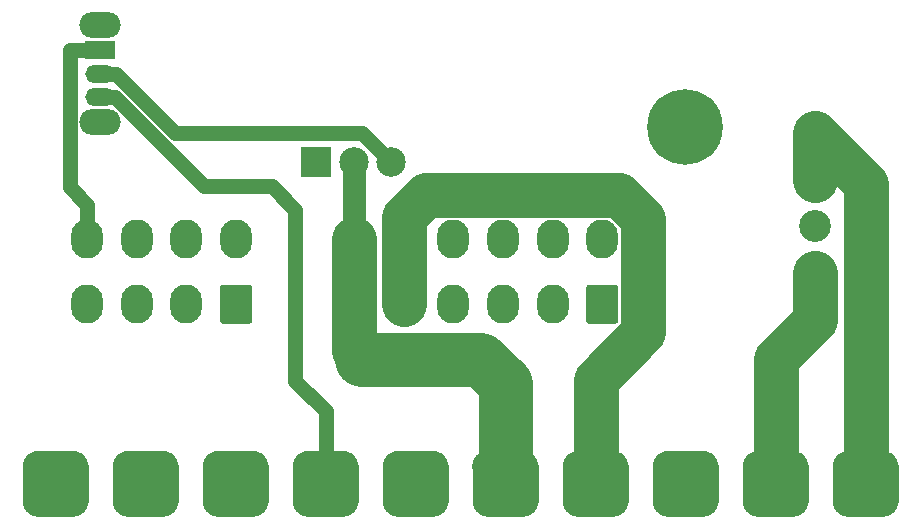
<source format=gbr>
G04 #@! TF.GenerationSoftware,KiCad,Pcbnew,(5.1.5)-3*
G04 #@! TF.CreationDate,2020-02-08T08:40:31-08:00*
G04 #@! TF.ProjectId,psinterface,7073696e-7465-4726-9661-63652e6b6963,rev?*
G04 #@! TF.SameCoordinates,Original*
G04 #@! TF.FileFunction,Copper,L2,Bot*
G04 #@! TF.FilePolarity,Positive*
%FSLAX46Y46*%
G04 Gerber Fmt 4.6, Leading zero omitted, Abs format (unit mm)*
G04 Created by KiCad (PCBNEW (5.1.5)-3) date 2020-02-08 08:40:31*
%MOMM*%
%LPD*%
G04 APERTURE LIST*
%ADD10C,0.100000*%
%ADD11O,2.700000X3.300000*%
%ADD12C,2.700000*%
%ADD13C,6.400000*%
%ADD14C,0.800000*%
%ADD15R,2.500000X1.500000*%
%ADD16O,2.500000X1.500000*%
%ADD17O,3.500000X2.200000*%
%ADD18R,2.499360X2.499360*%
%ADD19C,2.499360*%
%ADD20C,1.270000*%
%ADD21C,2.794000*%
%ADD22C,1.905000*%
%ADD23C,4.572000*%
%ADD24C,3.810000*%
G04 APERTURE END LIST*
G04 #@! TA.AperFunction,ComponentPad*
D10*
G36*
X120124503Y-118351204D02*
G01*
X120148772Y-118354804D01*
X120172570Y-118360765D01*
X120195670Y-118369030D01*
X120217849Y-118379520D01*
X120238892Y-118392133D01*
X120258598Y-118406748D01*
X120276776Y-118423224D01*
X120293252Y-118441402D01*
X120307867Y-118461108D01*
X120320480Y-118482151D01*
X120330970Y-118504330D01*
X120339235Y-118527430D01*
X120345196Y-118551228D01*
X120348796Y-118575497D01*
X120350000Y-118600001D01*
X120350000Y-121399999D01*
X120348796Y-121424503D01*
X120345196Y-121448772D01*
X120339235Y-121472570D01*
X120330970Y-121495670D01*
X120320480Y-121517849D01*
X120307867Y-121538892D01*
X120293252Y-121558598D01*
X120276776Y-121576776D01*
X120258598Y-121593252D01*
X120238892Y-121607867D01*
X120217849Y-121620480D01*
X120195670Y-121630970D01*
X120172570Y-121639235D01*
X120148772Y-121645196D01*
X120124503Y-121648796D01*
X120099999Y-121650000D01*
X117900001Y-121650000D01*
X117875497Y-121648796D01*
X117851228Y-121645196D01*
X117827430Y-121639235D01*
X117804330Y-121630970D01*
X117782151Y-121620480D01*
X117761108Y-121607867D01*
X117741402Y-121593252D01*
X117723224Y-121576776D01*
X117706748Y-121558598D01*
X117692133Y-121538892D01*
X117679520Y-121517849D01*
X117669030Y-121495670D01*
X117660765Y-121472570D01*
X117654804Y-121448772D01*
X117651204Y-121424503D01*
X117650000Y-121399999D01*
X117650000Y-118600001D01*
X117651204Y-118575497D01*
X117654804Y-118551228D01*
X117660765Y-118527430D01*
X117669030Y-118504330D01*
X117679520Y-118482151D01*
X117692133Y-118461108D01*
X117706748Y-118441402D01*
X117723224Y-118423224D01*
X117741402Y-118406748D01*
X117761108Y-118392133D01*
X117782151Y-118379520D01*
X117804330Y-118369030D01*
X117827430Y-118360765D01*
X117851228Y-118354804D01*
X117875497Y-118351204D01*
X117900001Y-118350000D01*
X120099999Y-118350000D01*
X120124503Y-118351204D01*
G37*
G04 #@! TD.AperFunction*
D11*
X114800000Y-120000000D03*
X110600000Y-120000000D03*
X106400000Y-120000000D03*
X119000000Y-114500000D03*
X114800000Y-114500000D03*
X110600000Y-114500000D03*
X106400000Y-114500000D03*
G04 #@! TA.AperFunction,ComponentPad*
D10*
G36*
X151124503Y-118351204D02*
G01*
X151148772Y-118354804D01*
X151172570Y-118360765D01*
X151195670Y-118369030D01*
X151217849Y-118379520D01*
X151238892Y-118392133D01*
X151258598Y-118406748D01*
X151276776Y-118423224D01*
X151293252Y-118441402D01*
X151307867Y-118461108D01*
X151320480Y-118482151D01*
X151330970Y-118504330D01*
X151339235Y-118527430D01*
X151345196Y-118551228D01*
X151348796Y-118575497D01*
X151350000Y-118600001D01*
X151350000Y-121399999D01*
X151348796Y-121424503D01*
X151345196Y-121448772D01*
X151339235Y-121472570D01*
X151330970Y-121495670D01*
X151320480Y-121517849D01*
X151307867Y-121538892D01*
X151293252Y-121558598D01*
X151276776Y-121576776D01*
X151258598Y-121593252D01*
X151238892Y-121607867D01*
X151217849Y-121620480D01*
X151195670Y-121630970D01*
X151172570Y-121639235D01*
X151148772Y-121645196D01*
X151124503Y-121648796D01*
X151099999Y-121650000D01*
X148900001Y-121650000D01*
X148875497Y-121648796D01*
X148851228Y-121645196D01*
X148827430Y-121639235D01*
X148804330Y-121630970D01*
X148782151Y-121620480D01*
X148761108Y-121607867D01*
X148741402Y-121593252D01*
X148723224Y-121576776D01*
X148706748Y-121558598D01*
X148692133Y-121538892D01*
X148679520Y-121517849D01*
X148669030Y-121495670D01*
X148660765Y-121472570D01*
X148654804Y-121448772D01*
X148651204Y-121424503D01*
X148650000Y-121399999D01*
X148650000Y-118600001D01*
X148651204Y-118575497D01*
X148654804Y-118551228D01*
X148660765Y-118527430D01*
X148669030Y-118504330D01*
X148679520Y-118482151D01*
X148692133Y-118461108D01*
X148706748Y-118441402D01*
X148723224Y-118423224D01*
X148741402Y-118406748D01*
X148761108Y-118392133D01*
X148782151Y-118379520D01*
X148804330Y-118369030D01*
X148827430Y-118360765D01*
X148851228Y-118354804D01*
X148875497Y-118351204D01*
X148900001Y-118350000D01*
X151099999Y-118350000D01*
X151124503Y-118351204D01*
G37*
G04 #@! TD.AperFunction*
D11*
X145800000Y-120000000D03*
X141600000Y-120000000D03*
X137400000Y-120000000D03*
X133200000Y-120000000D03*
X129000000Y-120000000D03*
X150000000Y-114500000D03*
X145800000Y-114500000D03*
X141600000Y-114500000D03*
X137400000Y-114500000D03*
X133200000Y-114500000D03*
X129000000Y-114500000D03*
G04 #@! TA.AperFunction,ComponentPad*
D10*
G36*
X169124503Y-104151204D02*
G01*
X169148772Y-104154804D01*
X169172570Y-104160765D01*
X169195670Y-104169030D01*
X169217849Y-104179520D01*
X169238892Y-104192133D01*
X169258598Y-104206748D01*
X169276776Y-104223224D01*
X169293252Y-104241402D01*
X169307867Y-104261108D01*
X169320480Y-104282151D01*
X169330970Y-104304330D01*
X169339235Y-104327430D01*
X169345196Y-104351228D01*
X169348796Y-104375497D01*
X169350000Y-104400001D01*
X169350000Y-106599999D01*
X169348796Y-106624503D01*
X169345196Y-106648772D01*
X169339235Y-106672570D01*
X169330970Y-106695670D01*
X169320480Y-106717849D01*
X169307867Y-106738892D01*
X169293252Y-106758598D01*
X169276776Y-106776776D01*
X169258598Y-106793252D01*
X169238892Y-106807867D01*
X169217849Y-106820480D01*
X169195670Y-106830970D01*
X169172570Y-106839235D01*
X169148772Y-106845196D01*
X169124503Y-106848796D01*
X169099999Y-106850000D01*
X166900001Y-106850000D01*
X166875497Y-106848796D01*
X166851228Y-106845196D01*
X166827430Y-106839235D01*
X166804330Y-106830970D01*
X166782151Y-106820480D01*
X166761108Y-106807867D01*
X166741402Y-106793252D01*
X166723224Y-106776776D01*
X166706748Y-106758598D01*
X166692133Y-106738892D01*
X166679520Y-106717849D01*
X166669030Y-106695670D01*
X166660765Y-106672570D01*
X166654804Y-106648772D01*
X166651204Y-106624503D01*
X166650000Y-106599999D01*
X166650000Y-104400001D01*
X166651204Y-104375497D01*
X166654804Y-104351228D01*
X166660765Y-104327430D01*
X166669030Y-104304330D01*
X166679520Y-104282151D01*
X166692133Y-104261108D01*
X166706748Y-104241402D01*
X166723224Y-104223224D01*
X166741402Y-104206748D01*
X166761108Y-104192133D01*
X166782151Y-104179520D01*
X166804330Y-104169030D01*
X166827430Y-104160765D01*
X166851228Y-104154804D01*
X166875497Y-104151204D01*
X166900001Y-104150000D01*
X169099999Y-104150000D01*
X169124503Y-104151204D01*
G37*
G04 #@! TD.AperFunction*
D12*
X168000000Y-109460000D03*
X168000000Y-113420000D03*
X168000000Y-117380000D03*
X168000000Y-121340000D03*
D13*
X157000000Y-105000000D03*
D14*
X154600000Y-105000000D03*
X155302944Y-103302944D03*
X157000000Y-102600000D03*
X158697056Y-103302944D03*
X159400000Y-105000000D03*
X158697056Y-106697056D03*
X157000000Y-107400000D03*
X155302944Y-106697056D03*
D15*
X107500000Y-98500000D03*
D16*
X107500000Y-100500000D03*
X107500000Y-102500000D03*
D17*
X107500000Y-96400000D03*
X107500000Y-104600000D03*
G04 #@! TA.AperFunction,ComponentPad*
D10*
G36*
X143357224Y-132406741D02*
G01*
X143493126Y-132426901D01*
X143626399Y-132460284D01*
X143755757Y-132506569D01*
X143879955Y-132565310D01*
X143997798Y-132635943D01*
X144108151Y-132717785D01*
X144209949Y-132810051D01*
X144302215Y-132911849D01*
X144384057Y-133022202D01*
X144454690Y-133140045D01*
X144513431Y-133264243D01*
X144559716Y-133393601D01*
X144593099Y-133526874D01*
X144613259Y-133662776D01*
X144620000Y-133800000D01*
X144620000Y-136600000D01*
X144613259Y-136737224D01*
X144593099Y-136873126D01*
X144559716Y-137006399D01*
X144513431Y-137135757D01*
X144454690Y-137259955D01*
X144384057Y-137377798D01*
X144302215Y-137488151D01*
X144209949Y-137589949D01*
X144108151Y-137682215D01*
X143997798Y-137764057D01*
X143879955Y-137834690D01*
X143755757Y-137893431D01*
X143626399Y-137939716D01*
X143493126Y-137973099D01*
X143357224Y-137993259D01*
X143220000Y-138000000D01*
X140420000Y-138000000D01*
X140282776Y-137993259D01*
X140146874Y-137973099D01*
X140013601Y-137939716D01*
X139884243Y-137893431D01*
X139760045Y-137834690D01*
X139642202Y-137764057D01*
X139531849Y-137682215D01*
X139430051Y-137589949D01*
X139337785Y-137488151D01*
X139255943Y-137377798D01*
X139185310Y-137259955D01*
X139126569Y-137135757D01*
X139080284Y-137006399D01*
X139046901Y-136873126D01*
X139026741Y-136737224D01*
X139020000Y-136600000D01*
X139020000Y-133800000D01*
X139026741Y-133662776D01*
X139046901Y-133526874D01*
X139080284Y-133393601D01*
X139126569Y-133264243D01*
X139185310Y-133140045D01*
X139255943Y-133022202D01*
X139337785Y-132911849D01*
X139430051Y-132810051D01*
X139531849Y-132717785D01*
X139642202Y-132635943D01*
X139760045Y-132565310D01*
X139884243Y-132506569D01*
X140013601Y-132460284D01*
X140146874Y-132426901D01*
X140282776Y-132406741D01*
X140420000Y-132400000D01*
X143220000Y-132400000D01*
X143357224Y-132406741D01*
G37*
G04 #@! TD.AperFunction*
G04 #@! TA.AperFunction,ComponentPad*
G36*
X135737224Y-132406741D02*
G01*
X135873126Y-132426901D01*
X136006399Y-132460284D01*
X136135757Y-132506569D01*
X136259955Y-132565310D01*
X136377798Y-132635943D01*
X136488151Y-132717785D01*
X136589949Y-132810051D01*
X136682215Y-132911849D01*
X136764057Y-133022202D01*
X136834690Y-133140045D01*
X136893431Y-133264243D01*
X136939716Y-133393601D01*
X136973099Y-133526874D01*
X136993259Y-133662776D01*
X137000000Y-133800000D01*
X137000000Y-136600000D01*
X136993259Y-136737224D01*
X136973099Y-136873126D01*
X136939716Y-137006399D01*
X136893431Y-137135757D01*
X136834690Y-137259955D01*
X136764057Y-137377798D01*
X136682215Y-137488151D01*
X136589949Y-137589949D01*
X136488151Y-137682215D01*
X136377798Y-137764057D01*
X136259955Y-137834690D01*
X136135757Y-137893431D01*
X136006399Y-137939716D01*
X135873126Y-137973099D01*
X135737224Y-137993259D01*
X135600000Y-138000000D01*
X132800000Y-138000000D01*
X132662776Y-137993259D01*
X132526874Y-137973099D01*
X132393601Y-137939716D01*
X132264243Y-137893431D01*
X132140045Y-137834690D01*
X132022202Y-137764057D01*
X131911849Y-137682215D01*
X131810051Y-137589949D01*
X131717785Y-137488151D01*
X131635943Y-137377798D01*
X131565310Y-137259955D01*
X131506569Y-137135757D01*
X131460284Y-137006399D01*
X131426901Y-136873126D01*
X131406741Y-136737224D01*
X131400000Y-136600000D01*
X131400000Y-133800000D01*
X131406741Y-133662776D01*
X131426901Y-133526874D01*
X131460284Y-133393601D01*
X131506569Y-133264243D01*
X131565310Y-133140045D01*
X131635943Y-133022202D01*
X131717785Y-132911849D01*
X131810051Y-132810051D01*
X131911849Y-132717785D01*
X132022202Y-132635943D01*
X132140045Y-132565310D01*
X132264243Y-132506569D01*
X132393601Y-132460284D01*
X132526874Y-132426901D01*
X132662776Y-132406741D01*
X132800000Y-132400000D01*
X135600000Y-132400000D01*
X135737224Y-132406741D01*
G37*
G04 #@! TD.AperFunction*
G04 #@! TA.AperFunction,ComponentPad*
G36*
X158597224Y-132406741D02*
G01*
X158733126Y-132426901D01*
X158866399Y-132460284D01*
X158995757Y-132506569D01*
X159119955Y-132565310D01*
X159237798Y-132635943D01*
X159348151Y-132717785D01*
X159449949Y-132810051D01*
X159542215Y-132911849D01*
X159624057Y-133022202D01*
X159694690Y-133140045D01*
X159753431Y-133264243D01*
X159799716Y-133393601D01*
X159833099Y-133526874D01*
X159853259Y-133662776D01*
X159860000Y-133800000D01*
X159860000Y-136600000D01*
X159853259Y-136737224D01*
X159833099Y-136873126D01*
X159799716Y-137006399D01*
X159753431Y-137135757D01*
X159694690Y-137259955D01*
X159624057Y-137377798D01*
X159542215Y-137488151D01*
X159449949Y-137589949D01*
X159348151Y-137682215D01*
X159237798Y-137764057D01*
X159119955Y-137834690D01*
X158995757Y-137893431D01*
X158866399Y-137939716D01*
X158733126Y-137973099D01*
X158597224Y-137993259D01*
X158460000Y-138000000D01*
X155660000Y-138000000D01*
X155522776Y-137993259D01*
X155386874Y-137973099D01*
X155253601Y-137939716D01*
X155124243Y-137893431D01*
X155000045Y-137834690D01*
X154882202Y-137764057D01*
X154771849Y-137682215D01*
X154670051Y-137589949D01*
X154577785Y-137488151D01*
X154495943Y-137377798D01*
X154425310Y-137259955D01*
X154366569Y-137135757D01*
X154320284Y-137006399D01*
X154286901Y-136873126D01*
X154266741Y-136737224D01*
X154260000Y-136600000D01*
X154260000Y-133800000D01*
X154266741Y-133662776D01*
X154286901Y-133526874D01*
X154320284Y-133393601D01*
X154366569Y-133264243D01*
X154425310Y-133140045D01*
X154495943Y-133022202D01*
X154577785Y-132911849D01*
X154670051Y-132810051D01*
X154771849Y-132717785D01*
X154882202Y-132635943D01*
X155000045Y-132565310D01*
X155124243Y-132506569D01*
X155253601Y-132460284D01*
X155386874Y-132426901D01*
X155522776Y-132406741D01*
X155660000Y-132400000D01*
X158460000Y-132400000D01*
X158597224Y-132406741D01*
G37*
G04 #@! TD.AperFunction*
G04 #@! TA.AperFunction,ComponentPad*
G36*
X166217224Y-132406741D02*
G01*
X166353126Y-132426901D01*
X166486399Y-132460284D01*
X166615757Y-132506569D01*
X166739955Y-132565310D01*
X166857798Y-132635943D01*
X166968151Y-132717785D01*
X167069949Y-132810051D01*
X167162215Y-132911849D01*
X167244057Y-133022202D01*
X167314690Y-133140045D01*
X167373431Y-133264243D01*
X167419716Y-133393601D01*
X167453099Y-133526874D01*
X167473259Y-133662776D01*
X167480000Y-133800000D01*
X167480000Y-136600000D01*
X167473259Y-136737224D01*
X167453099Y-136873126D01*
X167419716Y-137006399D01*
X167373431Y-137135757D01*
X167314690Y-137259955D01*
X167244057Y-137377798D01*
X167162215Y-137488151D01*
X167069949Y-137589949D01*
X166968151Y-137682215D01*
X166857798Y-137764057D01*
X166739955Y-137834690D01*
X166615757Y-137893431D01*
X166486399Y-137939716D01*
X166353126Y-137973099D01*
X166217224Y-137993259D01*
X166080000Y-138000000D01*
X163280000Y-138000000D01*
X163142776Y-137993259D01*
X163006874Y-137973099D01*
X162873601Y-137939716D01*
X162744243Y-137893431D01*
X162620045Y-137834690D01*
X162502202Y-137764057D01*
X162391849Y-137682215D01*
X162290051Y-137589949D01*
X162197785Y-137488151D01*
X162115943Y-137377798D01*
X162045310Y-137259955D01*
X161986569Y-137135757D01*
X161940284Y-137006399D01*
X161906901Y-136873126D01*
X161886741Y-136737224D01*
X161880000Y-136600000D01*
X161880000Y-133800000D01*
X161886741Y-133662776D01*
X161906901Y-133526874D01*
X161940284Y-133393601D01*
X161986569Y-133264243D01*
X162045310Y-133140045D01*
X162115943Y-133022202D01*
X162197785Y-132911849D01*
X162290051Y-132810051D01*
X162391849Y-132717785D01*
X162502202Y-132635943D01*
X162620045Y-132565310D01*
X162744243Y-132506569D01*
X162873601Y-132460284D01*
X163006874Y-132426901D01*
X163142776Y-132406741D01*
X163280000Y-132400000D01*
X166080000Y-132400000D01*
X166217224Y-132406741D01*
G37*
G04 #@! TD.AperFunction*
G04 #@! TA.AperFunction,ComponentPad*
G36*
X150977224Y-132406741D02*
G01*
X151113126Y-132426901D01*
X151246399Y-132460284D01*
X151375757Y-132506569D01*
X151499955Y-132565310D01*
X151617798Y-132635943D01*
X151728151Y-132717785D01*
X151829949Y-132810051D01*
X151922215Y-132911849D01*
X152004057Y-133022202D01*
X152074690Y-133140045D01*
X152133431Y-133264243D01*
X152179716Y-133393601D01*
X152213099Y-133526874D01*
X152233259Y-133662776D01*
X152240000Y-133800000D01*
X152240000Y-136600000D01*
X152233259Y-136737224D01*
X152213099Y-136873126D01*
X152179716Y-137006399D01*
X152133431Y-137135757D01*
X152074690Y-137259955D01*
X152004057Y-137377798D01*
X151922215Y-137488151D01*
X151829949Y-137589949D01*
X151728151Y-137682215D01*
X151617798Y-137764057D01*
X151499955Y-137834690D01*
X151375757Y-137893431D01*
X151246399Y-137939716D01*
X151113126Y-137973099D01*
X150977224Y-137993259D01*
X150840000Y-138000000D01*
X148040000Y-138000000D01*
X147902776Y-137993259D01*
X147766874Y-137973099D01*
X147633601Y-137939716D01*
X147504243Y-137893431D01*
X147380045Y-137834690D01*
X147262202Y-137764057D01*
X147151849Y-137682215D01*
X147050051Y-137589949D01*
X146957785Y-137488151D01*
X146875943Y-137377798D01*
X146805310Y-137259955D01*
X146746569Y-137135757D01*
X146700284Y-137006399D01*
X146666901Y-136873126D01*
X146646741Y-136737224D01*
X146640000Y-136600000D01*
X146640000Y-133800000D01*
X146646741Y-133662776D01*
X146666901Y-133526874D01*
X146700284Y-133393601D01*
X146746569Y-133264243D01*
X146805310Y-133140045D01*
X146875943Y-133022202D01*
X146957785Y-132911849D01*
X147050051Y-132810051D01*
X147151849Y-132717785D01*
X147262202Y-132635943D01*
X147380045Y-132565310D01*
X147504243Y-132506569D01*
X147633601Y-132460284D01*
X147766874Y-132426901D01*
X147902776Y-132406741D01*
X148040000Y-132400000D01*
X150840000Y-132400000D01*
X150977224Y-132406741D01*
G37*
G04 #@! TD.AperFunction*
G04 #@! TA.AperFunction,ComponentPad*
G36*
X128117224Y-132406741D02*
G01*
X128253126Y-132426901D01*
X128386399Y-132460284D01*
X128515757Y-132506569D01*
X128639955Y-132565310D01*
X128757798Y-132635943D01*
X128868151Y-132717785D01*
X128969949Y-132810051D01*
X129062215Y-132911849D01*
X129144057Y-133022202D01*
X129214690Y-133140045D01*
X129273431Y-133264243D01*
X129319716Y-133393601D01*
X129353099Y-133526874D01*
X129373259Y-133662776D01*
X129380000Y-133800000D01*
X129380000Y-136600000D01*
X129373259Y-136737224D01*
X129353099Y-136873126D01*
X129319716Y-137006399D01*
X129273431Y-137135757D01*
X129214690Y-137259955D01*
X129144057Y-137377798D01*
X129062215Y-137488151D01*
X128969949Y-137589949D01*
X128868151Y-137682215D01*
X128757798Y-137764057D01*
X128639955Y-137834690D01*
X128515757Y-137893431D01*
X128386399Y-137939716D01*
X128253126Y-137973099D01*
X128117224Y-137993259D01*
X127980000Y-138000000D01*
X125180000Y-138000000D01*
X125042776Y-137993259D01*
X124906874Y-137973099D01*
X124773601Y-137939716D01*
X124644243Y-137893431D01*
X124520045Y-137834690D01*
X124402202Y-137764057D01*
X124291849Y-137682215D01*
X124190051Y-137589949D01*
X124097785Y-137488151D01*
X124015943Y-137377798D01*
X123945310Y-137259955D01*
X123886569Y-137135757D01*
X123840284Y-137006399D01*
X123806901Y-136873126D01*
X123786741Y-136737224D01*
X123780000Y-136600000D01*
X123780000Y-133800000D01*
X123786741Y-133662776D01*
X123806901Y-133526874D01*
X123840284Y-133393601D01*
X123886569Y-133264243D01*
X123945310Y-133140045D01*
X124015943Y-133022202D01*
X124097785Y-132911849D01*
X124190051Y-132810051D01*
X124291849Y-132717785D01*
X124402202Y-132635943D01*
X124520045Y-132565310D01*
X124644243Y-132506569D01*
X124773601Y-132460284D01*
X124906874Y-132426901D01*
X125042776Y-132406741D01*
X125180000Y-132400000D01*
X127980000Y-132400000D01*
X128117224Y-132406741D01*
G37*
G04 #@! TD.AperFunction*
G04 #@! TA.AperFunction,ComponentPad*
G36*
X173837224Y-132406741D02*
G01*
X173973126Y-132426901D01*
X174106399Y-132460284D01*
X174235757Y-132506569D01*
X174359955Y-132565310D01*
X174477798Y-132635943D01*
X174588151Y-132717785D01*
X174689949Y-132810051D01*
X174782215Y-132911849D01*
X174864057Y-133022202D01*
X174934690Y-133140045D01*
X174993431Y-133264243D01*
X175039716Y-133393601D01*
X175073099Y-133526874D01*
X175093259Y-133662776D01*
X175100000Y-133800000D01*
X175100000Y-136600000D01*
X175093259Y-136737224D01*
X175073099Y-136873126D01*
X175039716Y-137006399D01*
X174993431Y-137135757D01*
X174934690Y-137259955D01*
X174864057Y-137377798D01*
X174782215Y-137488151D01*
X174689949Y-137589949D01*
X174588151Y-137682215D01*
X174477798Y-137764057D01*
X174359955Y-137834690D01*
X174235757Y-137893431D01*
X174106399Y-137939716D01*
X173973126Y-137973099D01*
X173837224Y-137993259D01*
X173700000Y-138000000D01*
X170900000Y-138000000D01*
X170762776Y-137993259D01*
X170626874Y-137973099D01*
X170493601Y-137939716D01*
X170364243Y-137893431D01*
X170240045Y-137834690D01*
X170122202Y-137764057D01*
X170011849Y-137682215D01*
X169910051Y-137589949D01*
X169817785Y-137488151D01*
X169735943Y-137377798D01*
X169665310Y-137259955D01*
X169606569Y-137135757D01*
X169560284Y-137006399D01*
X169526901Y-136873126D01*
X169506741Y-136737224D01*
X169500000Y-136600000D01*
X169500000Y-133800000D01*
X169506741Y-133662776D01*
X169526901Y-133526874D01*
X169560284Y-133393601D01*
X169606569Y-133264243D01*
X169665310Y-133140045D01*
X169735943Y-133022202D01*
X169817785Y-132911849D01*
X169910051Y-132810051D01*
X170011849Y-132717785D01*
X170122202Y-132635943D01*
X170240045Y-132565310D01*
X170364243Y-132506569D01*
X170493601Y-132460284D01*
X170626874Y-132426901D01*
X170762776Y-132406741D01*
X170900000Y-132400000D01*
X173700000Y-132400000D01*
X173837224Y-132406741D01*
G37*
G04 #@! TD.AperFunction*
G04 #@! TA.AperFunction,ComponentPad*
G36*
X120497224Y-132406741D02*
G01*
X120633126Y-132426901D01*
X120766399Y-132460284D01*
X120895757Y-132506569D01*
X121019955Y-132565310D01*
X121137798Y-132635943D01*
X121248151Y-132717785D01*
X121349949Y-132810051D01*
X121442215Y-132911849D01*
X121524057Y-133022202D01*
X121594690Y-133140045D01*
X121653431Y-133264243D01*
X121699716Y-133393601D01*
X121733099Y-133526874D01*
X121753259Y-133662776D01*
X121760000Y-133800000D01*
X121760000Y-136600000D01*
X121753259Y-136737224D01*
X121733099Y-136873126D01*
X121699716Y-137006399D01*
X121653431Y-137135757D01*
X121594690Y-137259955D01*
X121524057Y-137377798D01*
X121442215Y-137488151D01*
X121349949Y-137589949D01*
X121248151Y-137682215D01*
X121137798Y-137764057D01*
X121019955Y-137834690D01*
X120895757Y-137893431D01*
X120766399Y-137939716D01*
X120633126Y-137973099D01*
X120497224Y-137993259D01*
X120360000Y-138000000D01*
X117560000Y-138000000D01*
X117422776Y-137993259D01*
X117286874Y-137973099D01*
X117153601Y-137939716D01*
X117024243Y-137893431D01*
X116900045Y-137834690D01*
X116782202Y-137764057D01*
X116671849Y-137682215D01*
X116570051Y-137589949D01*
X116477785Y-137488151D01*
X116395943Y-137377798D01*
X116325310Y-137259955D01*
X116266569Y-137135757D01*
X116220284Y-137006399D01*
X116186901Y-136873126D01*
X116166741Y-136737224D01*
X116160000Y-136600000D01*
X116160000Y-133800000D01*
X116166741Y-133662776D01*
X116186901Y-133526874D01*
X116220284Y-133393601D01*
X116266569Y-133264243D01*
X116325310Y-133140045D01*
X116395943Y-133022202D01*
X116477785Y-132911849D01*
X116570051Y-132810051D01*
X116671849Y-132717785D01*
X116782202Y-132635943D01*
X116900045Y-132565310D01*
X117024243Y-132506569D01*
X117153601Y-132460284D01*
X117286874Y-132426901D01*
X117422776Y-132406741D01*
X117560000Y-132400000D01*
X120360000Y-132400000D01*
X120497224Y-132406741D01*
G37*
G04 #@! TD.AperFunction*
G04 #@! TA.AperFunction,ComponentPad*
G36*
X105257224Y-132406741D02*
G01*
X105393126Y-132426901D01*
X105526399Y-132460284D01*
X105655757Y-132506569D01*
X105779955Y-132565310D01*
X105897798Y-132635943D01*
X106008151Y-132717785D01*
X106109949Y-132810051D01*
X106202215Y-132911849D01*
X106284057Y-133022202D01*
X106354690Y-133140045D01*
X106413431Y-133264243D01*
X106459716Y-133393601D01*
X106493099Y-133526874D01*
X106513259Y-133662776D01*
X106520000Y-133800000D01*
X106520000Y-136600000D01*
X106513259Y-136737224D01*
X106493099Y-136873126D01*
X106459716Y-137006399D01*
X106413431Y-137135757D01*
X106354690Y-137259955D01*
X106284057Y-137377798D01*
X106202215Y-137488151D01*
X106109949Y-137589949D01*
X106008151Y-137682215D01*
X105897798Y-137764057D01*
X105779955Y-137834690D01*
X105655757Y-137893431D01*
X105526399Y-137939716D01*
X105393126Y-137973099D01*
X105257224Y-137993259D01*
X105120000Y-138000000D01*
X102320000Y-138000000D01*
X102182776Y-137993259D01*
X102046874Y-137973099D01*
X101913601Y-137939716D01*
X101784243Y-137893431D01*
X101660045Y-137834690D01*
X101542202Y-137764057D01*
X101431849Y-137682215D01*
X101330051Y-137589949D01*
X101237785Y-137488151D01*
X101155943Y-137377798D01*
X101085310Y-137259955D01*
X101026569Y-137135757D01*
X100980284Y-137006399D01*
X100946901Y-136873126D01*
X100926741Y-136737224D01*
X100920000Y-136600000D01*
X100920000Y-133800000D01*
X100926741Y-133662776D01*
X100946901Y-133526874D01*
X100980284Y-133393601D01*
X101026569Y-133264243D01*
X101085310Y-133140045D01*
X101155943Y-133022202D01*
X101237785Y-132911849D01*
X101330051Y-132810051D01*
X101431849Y-132717785D01*
X101542202Y-132635943D01*
X101660045Y-132565310D01*
X101784243Y-132506569D01*
X101913601Y-132460284D01*
X102046874Y-132426901D01*
X102182776Y-132406741D01*
X102320000Y-132400000D01*
X105120000Y-132400000D01*
X105257224Y-132406741D01*
G37*
G04 #@! TD.AperFunction*
G04 #@! TA.AperFunction,ComponentPad*
G36*
X112877224Y-132406741D02*
G01*
X113013126Y-132426901D01*
X113146399Y-132460284D01*
X113275757Y-132506569D01*
X113399955Y-132565310D01*
X113517798Y-132635943D01*
X113628151Y-132717785D01*
X113729949Y-132810051D01*
X113822215Y-132911849D01*
X113904057Y-133022202D01*
X113974690Y-133140045D01*
X114033431Y-133264243D01*
X114079716Y-133393601D01*
X114113099Y-133526874D01*
X114133259Y-133662776D01*
X114140000Y-133800000D01*
X114140000Y-136600000D01*
X114133259Y-136737224D01*
X114113099Y-136873126D01*
X114079716Y-137006399D01*
X114033431Y-137135757D01*
X113974690Y-137259955D01*
X113904057Y-137377798D01*
X113822215Y-137488151D01*
X113729949Y-137589949D01*
X113628151Y-137682215D01*
X113517798Y-137764057D01*
X113399955Y-137834690D01*
X113275757Y-137893431D01*
X113146399Y-137939716D01*
X113013126Y-137973099D01*
X112877224Y-137993259D01*
X112740000Y-138000000D01*
X109940000Y-138000000D01*
X109802776Y-137993259D01*
X109666874Y-137973099D01*
X109533601Y-137939716D01*
X109404243Y-137893431D01*
X109280045Y-137834690D01*
X109162202Y-137764057D01*
X109051849Y-137682215D01*
X108950051Y-137589949D01*
X108857785Y-137488151D01*
X108775943Y-137377798D01*
X108705310Y-137259955D01*
X108646569Y-137135757D01*
X108600284Y-137006399D01*
X108566901Y-136873126D01*
X108546741Y-136737224D01*
X108540000Y-136600000D01*
X108540000Y-133800000D01*
X108546741Y-133662776D01*
X108566901Y-133526874D01*
X108600284Y-133393601D01*
X108646569Y-133264243D01*
X108705310Y-133140045D01*
X108775943Y-133022202D01*
X108857785Y-132911849D01*
X108950051Y-132810051D01*
X109051849Y-132717785D01*
X109162202Y-132635943D01*
X109280045Y-132565310D01*
X109404243Y-132506569D01*
X109533601Y-132460284D01*
X109666874Y-132426901D01*
X109802776Y-132406741D01*
X109940000Y-132400000D01*
X112740000Y-132400000D01*
X112877224Y-132406741D01*
G37*
G04 #@! TD.AperFunction*
D18*
X125800000Y-108000000D03*
D19*
X128975000Y-108000000D03*
X132150000Y-108000000D03*
D20*
X104980000Y-98500000D02*
X107500000Y-98500000D01*
X104914990Y-98565010D02*
X104980000Y-98500000D01*
X104914990Y-110094990D02*
X104914990Y-98565010D01*
X106400000Y-111580000D02*
X104914990Y-110094990D01*
X106400000Y-114500000D02*
X106400000Y-111580000D01*
X108786517Y-102500000D02*
X116286517Y-110000000D01*
X107500000Y-102500000D02*
X108786517Y-102500000D01*
X116286517Y-110000000D02*
X122000000Y-110000000D01*
X122000000Y-110000000D02*
X124000000Y-112000000D01*
X126580000Y-132400000D02*
X126580000Y-135200000D01*
X126580000Y-129063763D02*
X126580000Y-132400000D01*
X124000000Y-126483763D02*
X126580000Y-129063763D01*
X124000000Y-112000000D02*
X124000000Y-126483763D01*
D21*
X140322010Y-133702010D02*
X141820000Y-135200000D01*
D20*
X129040000Y-114460000D02*
X129000000Y-114500000D01*
D22*
X128975000Y-114475000D02*
X129000000Y-114500000D01*
X128975000Y-108000000D02*
X128975000Y-114475000D01*
D23*
X141820000Y-126768896D02*
X139740094Y-124688990D01*
X141820000Y-135200000D02*
X141820000Y-126768896D01*
X129701010Y-124688990D02*
X129701010Y-124687236D01*
X139740094Y-124688990D02*
X129701010Y-124688990D01*
D24*
X129000000Y-123987980D02*
X129701010Y-124688990D01*
X129000000Y-120000000D02*
X129000000Y-123987980D01*
X129000000Y-114500000D02*
X129000000Y-120000000D01*
X133200000Y-114540000D02*
X133200000Y-120000000D01*
X133200000Y-112649010D02*
X133200000Y-114540000D01*
X151431112Y-110744990D02*
X135104020Y-110744990D01*
X135104020Y-110744990D02*
X133200000Y-112649010D01*
X153455010Y-112768888D02*
X151431112Y-110744990D01*
X153455010Y-122375476D02*
X153455010Y-112768888D01*
X149440000Y-126390486D02*
X153455010Y-122375476D01*
X149440000Y-135200000D02*
X149440000Y-126390486D01*
X172300000Y-109800000D02*
X168000000Y-105500000D01*
X172300000Y-135200000D02*
X172300000Y-109800000D01*
X168000000Y-105500000D02*
X168000000Y-109460000D01*
X164680000Y-124660000D02*
X168000000Y-121340000D01*
X164680000Y-135200000D02*
X164680000Y-124660000D01*
X168000000Y-117380000D02*
X168000000Y-121340000D01*
D20*
X107500000Y-100500000D02*
X108865425Y-100500000D01*
X108865425Y-100500000D02*
X113865425Y-105500000D01*
X129650000Y-105500000D02*
X132150000Y-108000000D01*
X113865425Y-105500000D02*
X129650000Y-105500000D01*
M02*

</source>
